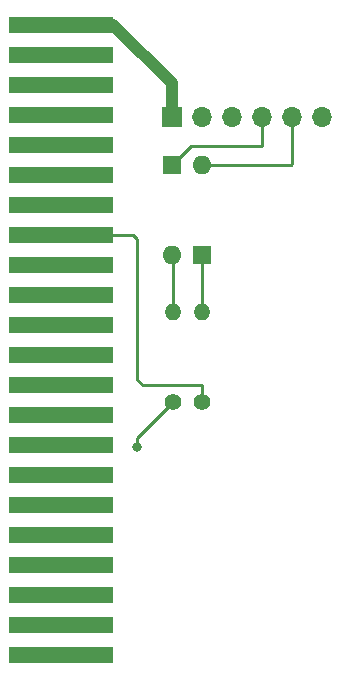
<source format=gbl>
G04 #@! TF.GenerationSoftware,KiCad,Pcbnew,7.0.8*
G04 #@! TF.CreationDate,2023-12-01T23:48:08-08:00*
G04 #@! TF.ProjectId,COMiX-Edge-Adapter-Slim,434f4d69-582d-4456-9467-652d41646170,rev?*
G04 #@! TF.SameCoordinates,Original*
G04 #@! TF.FileFunction,Copper,L2,Bot*
G04 #@! TF.FilePolarity,Positive*
%FSLAX46Y46*%
G04 Gerber Fmt 4.6, Leading zero omitted, Abs format (unit mm)*
G04 Created by KiCad (PCBNEW 7.0.8) date 2023-12-01 23:48:08*
%MOMM*%
%LPD*%
G01*
G04 APERTURE LIST*
G04 #@! TA.AperFunction,ComponentPad*
%ADD10C,1.400000*%
G04 #@! TD*
G04 #@! TA.AperFunction,ComponentPad*
%ADD11O,1.400000X1.400000*%
G04 #@! TD*
G04 #@! TA.AperFunction,ComponentPad*
%ADD12R,1.600000X1.600000*%
G04 #@! TD*
G04 #@! TA.AperFunction,ComponentPad*
%ADD13O,1.600000X1.600000*%
G04 #@! TD*
G04 #@! TA.AperFunction,ComponentPad*
%ADD14R,1.700000X1.700000*%
G04 #@! TD*
G04 #@! TA.AperFunction,ComponentPad*
%ADD15O,1.700000X1.700000*%
G04 #@! TD*
G04 #@! TA.AperFunction,ConnectorPad*
%ADD16R,8.890000X1.397000*%
G04 #@! TD*
G04 #@! TA.AperFunction,ViaPad*
%ADD17C,0.800000*%
G04 #@! TD*
G04 #@! TA.AperFunction,Conductor*
%ADD18C,1.000000*%
G04 #@! TD*
G04 #@! TA.AperFunction,Conductor*
%ADD19C,0.250000*%
G04 #@! TD*
G04 APERTURE END LIST*
D10*
X216357200Y-123139200D03*
D11*
X216357200Y-115519200D03*
D10*
X218846400Y-123164600D03*
D11*
X218846400Y-115544600D03*
D12*
X218871800Y-110693200D03*
D13*
X218871800Y-103073200D03*
D14*
X216300000Y-99000000D03*
D15*
X218840000Y-99000000D03*
X221380000Y-99000000D03*
X223920000Y-99000000D03*
X226460000Y-99000000D03*
X229000000Y-99000000D03*
D12*
X216331800Y-103073200D03*
D13*
X216331800Y-110693200D03*
D16*
X206883000Y-91186000D03*
X206883000Y-93726000D03*
X206883000Y-96266000D03*
X206883000Y-98806000D03*
X206883000Y-101346000D03*
X206883000Y-103886000D03*
X206883000Y-106426000D03*
X206883000Y-108966000D03*
X206883000Y-111506000D03*
X206883000Y-114046000D03*
X206883000Y-116586000D03*
X206883000Y-119126000D03*
X206883000Y-121666000D03*
X206883000Y-124206000D03*
X206883000Y-126746000D03*
X206883000Y-129286000D03*
X206883000Y-131826000D03*
X206883000Y-134366000D03*
X206883000Y-136906000D03*
X206883000Y-139446000D03*
X206883000Y-141986000D03*
X206883000Y-144526000D03*
D17*
X213334600Y-126949200D03*
D18*
X216300000Y-99000000D02*
X216300000Y-96158000D01*
X216300000Y-96158000D02*
X211328000Y-91186000D01*
X211328000Y-91186000D02*
X206883000Y-91186000D01*
D19*
X217906600Y-101498400D02*
X223951800Y-101498400D01*
X216331800Y-103073200D02*
X217906600Y-101498400D01*
X223951800Y-101498400D02*
X223920000Y-101466600D01*
X223920000Y-101466600D02*
X223920000Y-99000000D01*
X218871800Y-103073200D02*
X226415600Y-103073200D01*
X226415600Y-103073200D02*
X226460000Y-103028800D01*
X226460000Y-103028800D02*
X226460000Y-99000000D01*
X218846400Y-115544600D02*
X218846400Y-110718600D01*
X218846400Y-110718600D02*
X218871800Y-110693200D01*
X216357200Y-115519200D02*
X216357200Y-110718600D01*
X216357200Y-110718600D02*
X216331800Y-110693200D01*
X218846400Y-121716800D02*
X213817200Y-121716800D01*
X213360000Y-109346880D02*
X212979120Y-108966000D01*
X218846400Y-123164600D02*
X218846400Y-121716800D01*
X213817200Y-121716800D02*
X213360000Y-121259600D01*
X213360000Y-121259600D02*
X213360000Y-109346880D01*
X212979120Y-108966000D02*
X206883000Y-108966000D01*
X213334600Y-126161800D02*
X213334600Y-126949200D01*
X216357200Y-123139200D02*
X213334600Y-126161800D01*
M02*

</source>
